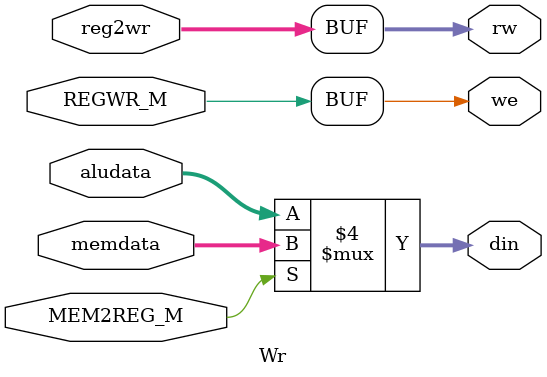
<source format=v>
module Wr(
    input MEM2REG_M,
    input REGWR_M,
    input [4:0]reg2wr,
    input [31:0]memdata,
    input [31:0]aludata,

    output [4:0]rw,
    output reg [31:0]din,
    output we
);
assign we=REGWR_M;
assign rw=reg2wr;
always @(*) begin
     if(MEM2REG_M==1) din<=memdata;
        else din<=aludata; 
end

endmodule
</source>
